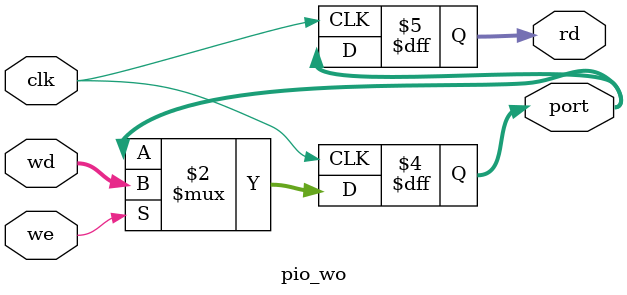
<source format=sv>
module pio_wo #(parameter WIDTH=32)
(
    input clk,
    input we,
    input [(WIDTH-1):0] wd,
    output [WIDTH-1:0] port,
    output reg [(WIDTH-1):0] rd
);

  always @(posedge clk) begin
    rd <= port;
    if (we) port <= wd;
  end

endmodule
</source>
